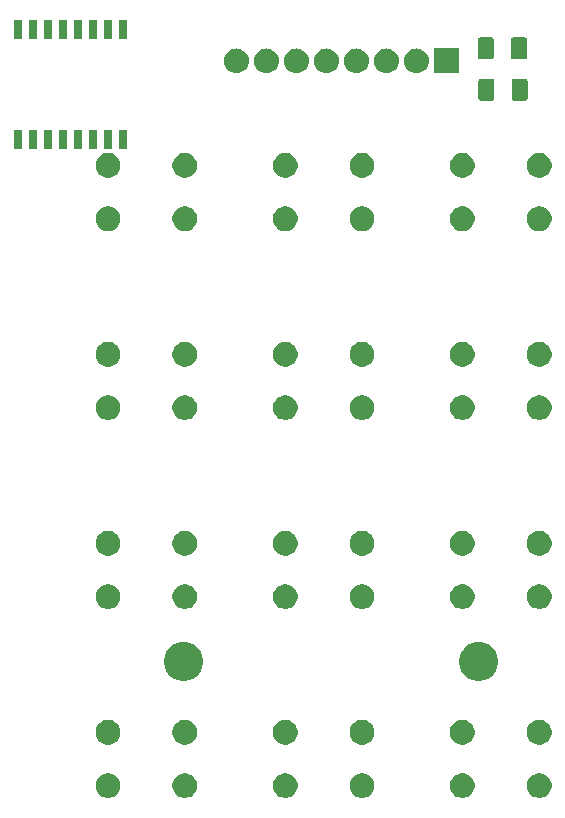
<source format=gbr>
G04 #@! TF.GenerationSoftware,KiCad,Pcbnew,5.0.2+dfsg1-1*
G04 #@! TF.CreationDate,2021-10-12T12:34:50+05:30*
G04 #@! TF.ProjectId,KEYBORD_PCB_V1,4b455942-4f52-4445-9f50-43425f56312e,rev?*
G04 #@! TF.SameCoordinates,Original*
G04 #@! TF.FileFunction,Soldermask,Bot*
G04 #@! TF.FilePolarity,Negative*
%FSLAX46Y46*%
G04 Gerber Fmt 4.6, Leading zero omitted, Abs format (unit mm)*
G04 Created by KiCad (PCBNEW 5.0.2+dfsg1-1) date Tue 12 Oct 2021 12:34:50 PM IST*
%MOMM*%
%LPD*%
G01*
G04 APERTURE LIST*
%ADD10C,0.100000*%
G04 APERTURE END LIST*
D10*
G36*
X113806565Y-100489389D02*
X113997834Y-100568615D01*
X114169976Y-100683637D01*
X114316363Y-100830024D01*
X114431385Y-101002166D01*
X114510611Y-101193435D01*
X114551000Y-101396484D01*
X114551000Y-101603516D01*
X114510611Y-101806565D01*
X114431385Y-101997834D01*
X114316363Y-102169976D01*
X114169976Y-102316363D01*
X113997834Y-102431385D01*
X113806565Y-102510611D01*
X113603516Y-102551000D01*
X113396484Y-102551000D01*
X113193435Y-102510611D01*
X113002166Y-102431385D01*
X112830024Y-102316363D01*
X112683637Y-102169976D01*
X112568615Y-101997834D01*
X112489389Y-101806565D01*
X112449000Y-101603516D01*
X112449000Y-101396484D01*
X112489389Y-101193435D01*
X112568615Y-101002166D01*
X112683637Y-100830024D01*
X112830024Y-100683637D01*
X113002166Y-100568615D01*
X113193435Y-100489389D01*
X113396484Y-100449000D01*
X113603516Y-100449000D01*
X113806565Y-100489389D01*
X113806565Y-100489389D01*
G37*
G36*
X92306565Y-100489389D02*
X92497834Y-100568615D01*
X92669976Y-100683637D01*
X92816363Y-100830024D01*
X92931385Y-101002166D01*
X93010611Y-101193435D01*
X93051000Y-101396484D01*
X93051000Y-101603516D01*
X93010611Y-101806565D01*
X92931385Y-101997834D01*
X92816363Y-102169976D01*
X92669976Y-102316363D01*
X92497834Y-102431385D01*
X92306565Y-102510611D01*
X92103516Y-102551000D01*
X91896484Y-102551000D01*
X91693435Y-102510611D01*
X91502166Y-102431385D01*
X91330024Y-102316363D01*
X91183637Y-102169976D01*
X91068615Y-101997834D01*
X90989389Y-101806565D01*
X90949000Y-101603516D01*
X90949000Y-101396484D01*
X90989389Y-101193435D01*
X91068615Y-101002166D01*
X91183637Y-100830024D01*
X91330024Y-100683637D01*
X91502166Y-100568615D01*
X91693435Y-100489389D01*
X91896484Y-100449000D01*
X92103516Y-100449000D01*
X92306565Y-100489389D01*
X92306565Y-100489389D01*
G37*
G36*
X98806565Y-100489389D02*
X98997834Y-100568615D01*
X99169976Y-100683637D01*
X99316363Y-100830024D01*
X99431385Y-101002166D01*
X99510611Y-101193435D01*
X99551000Y-101396484D01*
X99551000Y-101603516D01*
X99510611Y-101806565D01*
X99431385Y-101997834D01*
X99316363Y-102169976D01*
X99169976Y-102316363D01*
X98997834Y-102431385D01*
X98806565Y-102510611D01*
X98603516Y-102551000D01*
X98396484Y-102551000D01*
X98193435Y-102510611D01*
X98002166Y-102431385D01*
X97830024Y-102316363D01*
X97683637Y-102169976D01*
X97568615Y-101997834D01*
X97489389Y-101806565D01*
X97449000Y-101603516D01*
X97449000Y-101396484D01*
X97489389Y-101193435D01*
X97568615Y-101002166D01*
X97683637Y-100830024D01*
X97830024Y-100683637D01*
X98002166Y-100568615D01*
X98193435Y-100489389D01*
X98396484Y-100449000D01*
X98603516Y-100449000D01*
X98806565Y-100489389D01*
X98806565Y-100489389D01*
G37*
G36*
X83806565Y-100489389D02*
X83997834Y-100568615D01*
X84169976Y-100683637D01*
X84316363Y-100830024D01*
X84431385Y-101002166D01*
X84510611Y-101193435D01*
X84551000Y-101396484D01*
X84551000Y-101603516D01*
X84510611Y-101806565D01*
X84431385Y-101997834D01*
X84316363Y-102169976D01*
X84169976Y-102316363D01*
X83997834Y-102431385D01*
X83806565Y-102510611D01*
X83603516Y-102551000D01*
X83396484Y-102551000D01*
X83193435Y-102510611D01*
X83002166Y-102431385D01*
X82830024Y-102316363D01*
X82683637Y-102169976D01*
X82568615Y-101997834D01*
X82489389Y-101806565D01*
X82449000Y-101603516D01*
X82449000Y-101396484D01*
X82489389Y-101193435D01*
X82568615Y-101002166D01*
X82683637Y-100830024D01*
X82830024Y-100683637D01*
X83002166Y-100568615D01*
X83193435Y-100489389D01*
X83396484Y-100449000D01*
X83603516Y-100449000D01*
X83806565Y-100489389D01*
X83806565Y-100489389D01*
G37*
G36*
X77306565Y-100489389D02*
X77497834Y-100568615D01*
X77669976Y-100683637D01*
X77816363Y-100830024D01*
X77931385Y-101002166D01*
X78010611Y-101193435D01*
X78051000Y-101396484D01*
X78051000Y-101603516D01*
X78010611Y-101806565D01*
X77931385Y-101997834D01*
X77816363Y-102169976D01*
X77669976Y-102316363D01*
X77497834Y-102431385D01*
X77306565Y-102510611D01*
X77103516Y-102551000D01*
X76896484Y-102551000D01*
X76693435Y-102510611D01*
X76502166Y-102431385D01*
X76330024Y-102316363D01*
X76183637Y-102169976D01*
X76068615Y-101997834D01*
X75989389Y-101806565D01*
X75949000Y-101603516D01*
X75949000Y-101396484D01*
X75989389Y-101193435D01*
X76068615Y-101002166D01*
X76183637Y-100830024D01*
X76330024Y-100683637D01*
X76502166Y-100568615D01*
X76693435Y-100489389D01*
X76896484Y-100449000D01*
X77103516Y-100449000D01*
X77306565Y-100489389D01*
X77306565Y-100489389D01*
G37*
G36*
X107306565Y-100489389D02*
X107497834Y-100568615D01*
X107669976Y-100683637D01*
X107816363Y-100830024D01*
X107931385Y-101002166D01*
X108010611Y-101193435D01*
X108051000Y-101396484D01*
X108051000Y-101603516D01*
X108010611Y-101806565D01*
X107931385Y-101997834D01*
X107816363Y-102169976D01*
X107669976Y-102316363D01*
X107497834Y-102431385D01*
X107306565Y-102510611D01*
X107103516Y-102551000D01*
X106896484Y-102551000D01*
X106693435Y-102510611D01*
X106502166Y-102431385D01*
X106330024Y-102316363D01*
X106183637Y-102169976D01*
X106068615Y-101997834D01*
X105989389Y-101806565D01*
X105949000Y-101603516D01*
X105949000Y-101396484D01*
X105989389Y-101193435D01*
X106068615Y-101002166D01*
X106183637Y-100830024D01*
X106330024Y-100683637D01*
X106502166Y-100568615D01*
X106693435Y-100489389D01*
X106896484Y-100449000D01*
X107103516Y-100449000D01*
X107306565Y-100489389D01*
X107306565Y-100489389D01*
G37*
G36*
X77306565Y-95989389D02*
X77497834Y-96068615D01*
X77669976Y-96183637D01*
X77816363Y-96330024D01*
X77931385Y-96502166D01*
X78010611Y-96693435D01*
X78051000Y-96896484D01*
X78051000Y-97103516D01*
X78010611Y-97306565D01*
X77931385Y-97497834D01*
X77816363Y-97669976D01*
X77669976Y-97816363D01*
X77497834Y-97931385D01*
X77306565Y-98010611D01*
X77103516Y-98051000D01*
X76896484Y-98051000D01*
X76693435Y-98010611D01*
X76502166Y-97931385D01*
X76330024Y-97816363D01*
X76183637Y-97669976D01*
X76068615Y-97497834D01*
X75989389Y-97306565D01*
X75949000Y-97103516D01*
X75949000Y-96896484D01*
X75989389Y-96693435D01*
X76068615Y-96502166D01*
X76183637Y-96330024D01*
X76330024Y-96183637D01*
X76502166Y-96068615D01*
X76693435Y-95989389D01*
X76896484Y-95949000D01*
X77103516Y-95949000D01*
X77306565Y-95989389D01*
X77306565Y-95989389D01*
G37*
G36*
X83806565Y-95989389D02*
X83997834Y-96068615D01*
X84169976Y-96183637D01*
X84316363Y-96330024D01*
X84431385Y-96502166D01*
X84510611Y-96693435D01*
X84551000Y-96896484D01*
X84551000Y-97103516D01*
X84510611Y-97306565D01*
X84431385Y-97497834D01*
X84316363Y-97669976D01*
X84169976Y-97816363D01*
X83997834Y-97931385D01*
X83806565Y-98010611D01*
X83603516Y-98051000D01*
X83396484Y-98051000D01*
X83193435Y-98010611D01*
X83002166Y-97931385D01*
X82830024Y-97816363D01*
X82683637Y-97669976D01*
X82568615Y-97497834D01*
X82489389Y-97306565D01*
X82449000Y-97103516D01*
X82449000Y-96896484D01*
X82489389Y-96693435D01*
X82568615Y-96502166D01*
X82683637Y-96330024D01*
X82830024Y-96183637D01*
X83002166Y-96068615D01*
X83193435Y-95989389D01*
X83396484Y-95949000D01*
X83603516Y-95949000D01*
X83806565Y-95989389D01*
X83806565Y-95989389D01*
G37*
G36*
X92306565Y-95989389D02*
X92497834Y-96068615D01*
X92669976Y-96183637D01*
X92816363Y-96330024D01*
X92931385Y-96502166D01*
X93010611Y-96693435D01*
X93051000Y-96896484D01*
X93051000Y-97103516D01*
X93010611Y-97306565D01*
X92931385Y-97497834D01*
X92816363Y-97669976D01*
X92669976Y-97816363D01*
X92497834Y-97931385D01*
X92306565Y-98010611D01*
X92103516Y-98051000D01*
X91896484Y-98051000D01*
X91693435Y-98010611D01*
X91502166Y-97931385D01*
X91330024Y-97816363D01*
X91183637Y-97669976D01*
X91068615Y-97497834D01*
X90989389Y-97306565D01*
X90949000Y-97103516D01*
X90949000Y-96896484D01*
X90989389Y-96693435D01*
X91068615Y-96502166D01*
X91183637Y-96330024D01*
X91330024Y-96183637D01*
X91502166Y-96068615D01*
X91693435Y-95989389D01*
X91896484Y-95949000D01*
X92103516Y-95949000D01*
X92306565Y-95989389D01*
X92306565Y-95989389D01*
G37*
G36*
X113806565Y-95989389D02*
X113997834Y-96068615D01*
X114169976Y-96183637D01*
X114316363Y-96330024D01*
X114431385Y-96502166D01*
X114510611Y-96693435D01*
X114551000Y-96896484D01*
X114551000Y-97103516D01*
X114510611Y-97306565D01*
X114431385Y-97497834D01*
X114316363Y-97669976D01*
X114169976Y-97816363D01*
X113997834Y-97931385D01*
X113806565Y-98010611D01*
X113603516Y-98051000D01*
X113396484Y-98051000D01*
X113193435Y-98010611D01*
X113002166Y-97931385D01*
X112830024Y-97816363D01*
X112683637Y-97669976D01*
X112568615Y-97497834D01*
X112489389Y-97306565D01*
X112449000Y-97103516D01*
X112449000Y-96896484D01*
X112489389Y-96693435D01*
X112568615Y-96502166D01*
X112683637Y-96330024D01*
X112830024Y-96183637D01*
X113002166Y-96068615D01*
X113193435Y-95989389D01*
X113396484Y-95949000D01*
X113603516Y-95949000D01*
X113806565Y-95989389D01*
X113806565Y-95989389D01*
G37*
G36*
X107306565Y-95989389D02*
X107497834Y-96068615D01*
X107669976Y-96183637D01*
X107816363Y-96330024D01*
X107931385Y-96502166D01*
X108010611Y-96693435D01*
X108051000Y-96896484D01*
X108051000Y-97103516D01*
X108010611Y-97306565D01*
X107931385Y-97497834D01*
X107816363Y-97669976D01*
X107669976Y-97816363D01*
X107497834Y-97931385D01*
X107306565Y-98010611D01*
X107103516Y-98051000D01*
X106896484Y-98051000D01*
X106693435Y-98010611D01*
X106502166Y-97931385D01*
X106330024Y-97816363D01*
X106183637Y-97669976D01*
X106068615Y-97497834D01*
X105989389Y-97306565D01*
X105949000Y-97103516D01*
X105949000Y-96896484D01*
X105989389Y-96693435D01*
X106068615Y-96502166D01*
X106183637Y-96330024D01*
X106330024Y-96183637D01*
X106502166Y-96068615D01*
X106693435Y-95989389D01*
X106896484Y-95949000D01*
X107103516Y-95949000D01*
X107306565Y-95989389D01*
X107306565Y-95989389D01*
G37*
G36*
X98806565Y-95989389D02*
X98997834Y-96068615D01*
X99169976Y-96183637D01*
X99316363Y-96330024D01*
X99431385Y-96502166D01*
X99510611Y-96693435D01*
X99551000Y-96896484D01*
X99551000Y-97103516D01*
X99510611Y-97306565D01*
X99431385Y-97497834D01*
X99316363Y-97669976D01*
X99169976Y-97816363D01*
X98997834Y-97931385D01*
X98806565Y-98010611D01*
X98603516Y-98051000D01*
X98396484Y-98051000D01*
X98193435Y-98010611D01*
X98002166Y-97931385D01*
X97830024Y-97816363D01*
X97683637Y-97669976D01*
X97568615Y-97497834D01*
X97489389Y-97306565D01*
X97449000Y-97103516D01*
X97449000Y-96896484D01*
X97489389Y-96693435D01*
X97568615Y-96502166D01*
X97683637Y-96330024D01*
X97830024Y-96183637D01*
X98002166Y-96068615D01*
X98193435Y-95989389D01*
X98396484Y-95949000D01*
X98603516Y-95949000D01*
X98806565Y-95989389D01*
X98806565Y-95989389D01*
G37*
G36*
X83765256Y-89391298D02*
X83871579Y-89412447D01*
X84172042Y-89536903D01*
X84438852Y-89715180D01*
X84442454Y-89717587D01*
X84672413Y-89947546D01*
X84853098Y-90217960D01*
X84977553Y-90518422D01*
X85041000Y-90837389D01*
X85041000Y-91162611D01*
X84977553Y-91481578D01*
X84853098Y-91782040D01*
X84672413Y-92052454D01*
X84442454Y-92282413D01*
X84442451Y-92282415D01*
X84172042Y-92463097D01*
X83871579Y-92587553D01*
X83765256Y-92608702D01*
X83552611Y-92651000D01*
X83227389Y-92651000D01*
X83014744Y-92608702D01*
X82908421Y-92587553D01*
X82607958Y-92463097D01*
X82337549Y-92282415D01*
X82337546Y-92282413D01*
X82107587Y-92052454D01*
X81926902Y-91782040D01*
X81802447Y-91481578D01*
X81739000Y-91162611D01*
X81739000Y-90837389D01*
X81802447Y-90518422D01*
X81926902Y-90217960D01*
X82107587Y-89947546D01*
X82337546Y-89717587D01*
X82341148Y-89715180D01*
X82607958Y-89536903D01*
X82908421Y-89412447D01*
X83014744Y-89391298D01*
X83227389Y-89349000D01*
X83552611Y-89349000D01*
X83765256Y-89391298D01*
X83765256Y-89391298D01*
G37*
G36*
X108755256Y-89391298D02*
X108861579Y-89412447D01*
X109162042Y-89536903D01*
X109428852Y-89715180D01*
X109432454Y-89717587D01*
X109662413Y-89947546D01*
X109843098Y-90217960D01*
X109967553Y-90518422D01*
X110031000Y-90837389D01*
X110031000Y-91162611D01*
X109967553Y-91481578D01*
X109843098Y-91782040D01*
X109662413Y-92052454D01*
X109432454Y-92282413D01*
X109432451Y-92282415D01*
X109162042Y-92463097D01*
X108861579Y-92587553D01*
X108755256Y-92608702D01*
X108542611Y-92651000D01*
X108217389Y-92651000D01*
X108004744Y-92608702D01*
X107898421Y-92587553D01*
X107597958Y-92463097D01*
X107327549Y-92282415D01*
X107327546Y-92282413D01*
X107097587Y-92052454D01*
X106916902Y-91782040D01*
X106792447Y-91481578D01*
X106729000Y-91162611D01*
X106729000Y-90837389D01*
X106792447Y-90518422D01*
X106916902Y-90217960D01*
X107097587Y-89947546D01*
X107327546Y-89717587D01*
X107331148Y-89715180D01*
X107597958Y-89536903D01*
X107898421Y-89412447D01*
X108004744Y-89391298D01*
X108217389Y-89349000D01*
X108542611Y-89349000D01*
X108755256Y-89391298D01*
X108755256Y-89391298D01*
G37*
G36*
X107306565Y-84489389D02*
X107497834Y-84568615D01*
X107669976Y-84683637D01*
X107816363Y-84830024D01*
X107931385Y-85002166D01*
X108010611Y-85193435D01*
X108051000Y-85396484D01*
X108051000Y-85603516D01*
X108010611Y-85806565D01*
X107931385Y-85997834D01*
X107816363Y-86169976D01*
X107669976Y-86316363D01*
X107497834Y-86431385D01*
X107306565Y-86510611D01*
X107103516Y-86551000D01*
X106896484Y-86551000D01*
X106693435Y-86510611D01*
X106502166Y-86431385D01*
X106330024Y-86316363D01*
X106183637Y-86169976D01*
X106068615Y-85997834D01*
X105989389Y-85806565D01*
X105949000Y-85603516D01*
X105949000Y-85396484D01*
X105989389Y-85193435D01*
X106068615Y-85002166D01*
X106183637Y-84830024D01*
X106330024Y-84683637D01*
X106502166Y-84568615D01*
X106693435Y-84489389D01*
X106896484Y-84449000D01*
X107103516Y-84449000D01*
X107306565Y-84489389D01*
X107306565Y-84489389D01*
G37*
G36*
X113806565Y-84489389D02*
X113997834Y-84568615D01*
X114169976Y-84683637D01*
X114316363Y-84830024D01*
X114431385Y-85002166D01*
X114510611Y-85193435D01*
X114551000Y-85396484D01*
X114551000Y-85603516D01*
X114510611Y-85806565D01*
X114431385Y-85997834D01*
X114316363Y-86169976D01*
X114169976Y-86316363D01*
X113997834Y-86431385D01*
X113806565Y-86510611D01*
X113603516Y-86551000D01*
X113396484Y-86551000D01*
X113193435Y-86510611D01*
X113002166Y-86431385D01*
X112830024Y-86316363D01*
X112683637Y-86169976D01*
X112568615Y-85997834D01*
X112489389Y-85806565D01*
X112449000Y-85603516D01*
X112449000Y-85396484D01*
X112489389Y-85193435D01*
X112568615Y-85002166D01*
X112683637Y-84830024D01*
X112830024Y-84683637D01*
X113002166Y-84568615D01*
X113193435Y-84489389D01*
X113396484Y-84449000D01*
X113603516Y-84449000D01*
X113806565Y-84489389D01*
X113806565Y-84489389D01*
G37*
G36*
X98806565Y-84489389D02*
X98997834Y-84568615D01*
X99169976Y-84683637D01*
X99316363Y-84830024D01*
X99431385Y-85002166D01*
X99510611Y-85193435D01*
X99551000Y-85396484D01*
X99551000Y-85603516D01*
X99510611Y-85806565D01*
X99431385Y-85997834D01*
X99316363Y-86169976D01*
X99169976Y-86316363D01*
X98997834Y-86431385D01*
X98806565Y-86510611D01*
X98603516Y-86551000D01*
X98396484Y-86551000D01*
X98193435Y-86510611D01*
X98002166Y-86431385D01*
X97830024Y-86316363D01*
X97683637Y-86169976D01*
X97568615Y-85997834D01*
X97489389Y-85806565D01*
X97449000Y-85603516D01*
X97449000Y-85396484D01*
X97489389Y-85193435D01*
X97568615Y-85002166D01*
X97683637Y-84830024D01*
X97830024Y-84683637D01*
X98002166Y-84568615D01*
X98193435Y-84489389D01*
X98396484Y-84449000D01*
X98603516Y-84449000D01*
X98806565Y-84489389D01*
X98806565Y-84489389D01*
G37*
G36*
X92306565Y-84489389D02*
X92497834Y-84568615D01*
X92669976Y-84683637D01*
X92816363Y-84830024D01*
X92931385Y-85002166D01*
X93010611Y-85193435D01*
X93051000Y-85396484D01*
X93051000Y-85603516D01*
X93010611Y-85806565D01*
X92931385Y-85997834D01*
X92816363Y-86169976D01*
X92669976Y-86316363D01*
X92497834Y-86431385D01*
X92306565Y-86510611D01*
X92103516Y-86551000D01*
X91896484Y-86551000D01*
X91693435Y-86510611D01*
X91502166Y-86431385D01*
X91330024Y-86316363D01*
X91183637Y-86169976D01*
X91068615Y-85997834D01*
X90989389Y-85806565D01*
X90949000Y-85603516D01*
X90949000Y-85396484D01*
X90989389Y-85193435D01*
X91068615Y-85002166D01*
X91183637Y-84830024D01*
X91330024Y-84683637D01*
X91502166Y-84568615D01*
X91693435Y-84489389D01*
X91896484Y-84449000D01*
X92103516Y-84449000D01*
X92306565Y-84489389D01*
X92306565Y-84489389D01*
G37*
G36*
X83806565Y-84489389D02*
X83997834Y-84568615D01*
X84169976Y-84683637D01*
X84316363Y-84830024D01*
X84431385Y-85002166D01*
X84510611Y-85193435D01*
X84551000Y-85396484D01*
X84551000Y-85603516D01*
X84510611Y-85806565D01*
X84431385Y-85997834D01*
X84316363Y-86169976D01*
X84169976Y-86316363D01*
X83997834Y-86431385D01*
X83806565Y-86510611D01*
X83603516Y-86551000D01*
X83396484Y-86551000D01*
X83193435Y-86510611D01*
X83002166Y-86431385D01*
X82830024Y-86316363D01*
X82683637Y-86169976D01*
X82568615Y-85997834D01*
X82489389Y-85806565D01*
X82449000Y-85603516D01*
X82449000Y-85396484D01*
X82489389Y-85193435D01*
X82568615Y-85002166D01*
X82683637Y-84830024D01*
X82830024Y-84683637D01*
X83002166Y-84568615D01*
X83193435Y-84489389D01*
X83396484Y-84449000D01*
X83603516Y-84449000D01*
X83806565Y-84489389D01*
X83806565Y-84489389D01*
G37*
G36*
X77306565Y-84489389D02*
X77497834Y-84568615D01*
X77669976Y-84683637D01*
X77816363Y-84830024D01*
X77931385Y-85002166D01*
X78010611Y-85193435D01*
X78051000Y-85396484D01*
X78051000Y-85603516D01*
X78010611Y-85806565D01*
X77931385Y-85997834D01*
X77816363Y-86169976D01*
X77669976Y-86316363D01*
X77497834Y-86431385D01*
X77306565Y-86510611D01*
X77103516Y-86551000D01*
X76896484Y-86551000D01*
X76693435Y-86510611D01*
X76502166Y-86431385D01*
X76330024Y-86316363D01*
X76183637Y-86169976D01*
X76068615Y-85997834D01*
X75989389Y-85806565D01*
X75949000Y-85603516D01*
X75949000Y-85396484D01*
X75989389Y-85193435D01*
X76068615Y-85002166D01*
X76183637Y-84830024D01*
X76330024Y-84683637D01*
X76502166Y-84568615D01*
X76693435Y-84489389D01*
X76896484Y-84449000D01*
X77103516Y-84449000D01*
X77306565Y-84489389D01*
X77306565Y-84489389D01*
G37*
G36*
X107306565Y-79989389D02*
X107497834Y-80068615D01*
X107669976Y-80183637D01*
X107816363Y-80330024D01*
X107931385Y-80502166D01*
X108010611Y-80693435D01*
X108051000Y-80896484D01*
X108051000Y-81103516D01*
X108010611Y-81306565D01*
X107931385Y-81497834D01*
X107816363Y-81669976D01*
X107669976Y-81816363D01*
X107497834Y-81931385D01*
X107306565Y-82010611D01*
X107103516Y-82051000D01*
X106896484Y-82051000D01*
X106693435Y-82010611D01*
X106502166Y-81931385D01*
X106330024Y-81816363D01*
X106183637Y-81669976D01*
X106068615Y-81497834D01*
X105989389Y-81306565D01*
X105949000Y-81103516D01*
X105949000Y-80896484D01*
X105989389Y-80693435D01*
X106068615Y-80502166D01*
X106183637Y-80330024D01*
X106330024Y-80183637D01*
X106502166Y-80068615D01*
X106693435Y-79989389D01*
X106896484Y-79949000D01*
X107103516Y-79949000D01*
X107306565Y-79989389D01*
X107306565Y-79989389D01*
G37*
G36*
X98806565Y-79989389D02*
X98997834Y-80068615D01*
X99169976Y-80183637D01*
X99316363Y-80330024D01*
X99431385Y-80502166D01*
X99510611Y-80693435D01*
X99551000Y-80896484D01*
X99551000Y-81103516D01*
X99510611Y-81306565D01*
X99431385Y-81497834D01*
X99316363Y-81669976D01*
X99169976Y-81816363D01*
X98997834Y-81931385D01*
X98806565Y-82010611D01*
X98603516Y-82051000D01*
X98396484Y-82051000D01*
X98193435Y-82010611D01*
X98002166Y-81931385D01*
X97830024Y-81816363D01*
X97683637Y-81669976D01*
X97568615Y-81497834D01*
X97489389Y-81306565D01*
X97449000Y-81103516D01*
X97449000Y-80896484D01*
X97489389Y-80693435D01*
X97568615Y-80502166D01*
X97683637Y-80330024D01*
X97830024Y-80183637D01*
X98002166Y-80068615D01*
X98193435Y-79989389D01*
X98396484Y-79949000D01*
X98603516Y-79949000D01*
X98806565Y-79989389D01*
X98806565Y-79989389D01*
G37*
G36*
X92306565Y-79989389D02*
X92497834Y-80068615D01*
X92669976Y-80183637D01*
X92816363Y-80330024D01*
X92931385Y-80502166D01*
X93010611Y-80693435D01*
X93051000Y-80896484D01*
X93051000Y-81103516D01*
X93010611Y-81306565D01*
X92931385Y-81497834D01*
X92816363Y-81669976D01*
X92669976Y-81816363D01*
X92497834Y-81931385D01*
X92306565Y-82010611D01*
X92103516Y-82051000D01*
X91896484Y-82051000D01*
X91693435Y-82010611D01*
X91502166Y-81931385D01*
X91330024Y-81816363D01*
X91183637Y-81669976D01*
X91068615Y-81497834D01*
X90989389Y-81306565D01*
X90949000Y-81103516D01*
X90949000Y-80896484D01*
X90989389Y-80693435D01*
X91068615Y-80502166D01*
X91183637Y-80330024D01*
X91330024Y-80183637D01*
X91502166Y-80068615D01*
X91693435Y-79989389D01*
X91896484Y-79949000D01*
X92103516Y-79949000D01*
X92306565Y-79989389D01*
X92306565Y-79989389D01*
G37*
G36*
X83806565Y-79989389D02*
X83997834Y-80068615D01*
X84169976Y-80183637D01*
X84316363Y-80330024D01*
X84431385Y-80502166D01*
X84510611Y-80693435D01*
X84551000Y-80896484D01*
X84551000Y-81103516D01*
X84510611Y-81306565D01*
X84431385Y-81497834D01*
X84316363Y-81669976D01*
X84169976Y-81816363D01*
X83997834Y-81931385D01*
X83806565Y-82010611D01*
X83603516Y-82051000D01*
X83396484Y-82051000D01*
X83193435Y-82010611D01*
X83002166Y-81931385D01*
X82830024Y-81816363D01*
X82683637Y-81669976D01*
X82568615Y-81497834D01*
X82489389Y-81306565D01*
X82449000Y-81103516D01*
X82449000Y-80896484D01*
X82489389Y-80693435D01*
X82568615Y-80502166D01*
X82683637Y-80330024D01*
X82830024Y-80183637D01*
X83002166Y-80068615D01*
X83193435Y-79989389D01*
X83396484Y-79949000D01*
X83603516Y-79949000D01*
X83806565Y-79989389D01*
X83806565Y-79989389D01*
G37*
G36*
X113806565Y-79989389D02*
X113997834Y-80068615D01*
X114169976Y-80183637D01*
X114316363Y-80330024D01*
X114431385Y-80502166D01*
X114510611Y-80693435D01*
X114551000Y-80896484D01*
X114551000Y-81103516D01*
X114510611Y-81306565D01*
X114431385Y-81497834D01*
X114316363Y-81669976D01*
X114169976Y-81816363D01*
X113997834Y-81931385D01*
X113806565Y-82010611D01*
X113603516Y-82051000D01*
X113396484Y-82051000D01*
X113193435Y-82010611D01*
X113002166Y-81931385D01*
X112830024Y-81816363D01*
X112683637Y-81669976D01*
X112568615Y-81497834D01*
X112489389Y-81306565D01*
X112449000Y-81103516D01*
X112449000Y-80896484D01*
X112489389Y-80693435D01*
X112568615Y-80502166D01*
X112683637Y-80330024D01*
X112830024Y-80183637D01*
X113002166Y-80068615D01*
X113193435Y-79989389D01*
X113396484Y-79949000D01*
X113603516Y-79949000D01*
X113806565Y-79989389D01*
X113806565Y-79989389D01*
G37*
G36*
X77306565Y-79989389D02*
X77497834Y-80068615D01*
X77669976Y-80183637D01*
X77816363Y-80330024D01*
X77931385Y-80502166D01*
X78010611Y-80693435D01*
X78051000Y-80896484D01*
X78051000Y-81103516D01*
X78010611Y-81306565D01*
X77931385Y-81497834D01*
X77816363Y-81669976D01*
X77669976Y-81816363D01*
X77497834Y-81931385D01*
X77306565Y-82010611D01*
X77103516Y-82051000D01*
X76896484Y-82051000D01*
X76693435Y-82010611D01*
X76502166Y-81931385D01*
X76330024Y-81816363D01*
X76183637Y-81669976D01*
X76068615Y-81497834D01*
X75989389Y-81306565D01*
X75949000Y-81103516D01*
X75949000Y-80896484D01*
X75989389Y-80693435D01*
X76068615Y-80502166D01*
X76183637Y-80330024D01*
X76330024Y-80183637D01*
X76502166Y-80068615D01*
X76693435Y-79989389D01*
X76896484Y-79949000D01*
X77103516Y-79949000D01*
X77306565Y-79989389D01*
X77306565Y-79989389D01*
G37*
G36*
X92306565Y-68489389D02*
X92497834Y-68568615D01*
X92669976Y-68683637D01*
X92816363Y-68830024D01*
X92931385Y-69002166D01*
X93010611Y-69193435D01*
X93051000Y-69396484D01*
X93051000Y-69603516D01*
X93010611Y-69806565D01*
X92931385Y-69997834D01*
X92816363Y-70169976D01*
X92669976Y-70316363D01*
X92497834Y-70431385D01*
X92306565Y-70510611D01*
X92103516Y-70551000D01*
X91896484Y-70551000D01*
X91693435Y-70510611D01*
X91502166Y-70431385D01*
X91330024Y-70316363D01*
X91183637Y-70169976D01*
X91068615Y-69997834D01*
X90989389Y-69806565D01*
X90949000Y-69603516D01*
X90949000Y-69396484D01*
X90989389Y-69193435D01*
X91068615Y-69002166D01*
X91183637Y-68830024D01*
X91330024Y-68683637D01*
X91502166Y-68568615D01*
X91693435Y-68489389D01*
X91896484Y-68449000D01*
X92103516Y-68449000D01*
X92306565Y-68489389D01*
X92306565Y-68489389D01*
G37*
G36*
X98806565Y-68489389D02*
X98997834Y-68568615D01*
X99169976Y-68683637D01*
X99316363Y-68830024D01*
X99431385Y-69002166D01*
X99510611Y-69193435D01*
X99551000Y-69396484D01*
X99551000Y-69603516D01*
X99510611Y-69806565D01*
X99431385Y-69997834D01*
X99316363Y-70169976D01*
X99169976Y-70316363D01*
X98997834Y-70431385D01*
X98806565Y-70510611D01*
X98603516Y-70551000D01*
X98396484Y-70551000D01*
X98193435Y-70510611D01*
X98002166Y-70431385D01*
X97830024Y-70316363D01*
X97683637Y-70169976D01*
X97568615Y-69997834D01*
X97489389Y-69806565D01*
X97449000Y-69603516D01*
X97449000Y-69396484D01*
X97489389Y-69193435D01*
X97568615Y-69002166D01*
X97683637Y-68830024D01*
X97830024Y-68683637D01*
X98002166Y-68568615D01*
X98193435Y-68489389D01*
X98396484Y-68449000D01*
X98603516Y-68449000D01*
X98806565Y-68489389D01*
X98806565Y-68489389D01*
G37*
G36*
X77306565Y-68489389D02*
X77497834Y-68568615D01*
X77669976Y-68683637D01*
X77816363Y-68830024D01*
X77931385Y-69002166D01*
X78010611Y-69193435D01*
X78051000Y-69396484D01*
X78051000Y-69603516D01*
X78010611Y-69806565D01*
X77931385Y-69997834D01*
X77816363Y-70169976D01*
X77669976Y-70316363D01*
X77497834Y-70431385D01*
X77306565Y-70510611D01*
X77103516Y-70551000D01*
X76896484Y-70551000D01*
X76693435Y-70510611D01*
X76502166Y-70431385D01*
X76330024Y-70316363D01*
X76183637Y-70169976D01*
X76068615Y-69997834D01*
X75989389Y-69806565D01*
X75949000Y-69603516D01*
X75949000Y-69396484D01*
X75989389Y-69193435D01*
X76068615Y-69002166D01*
X76183637Y-68830024D01*
X76330024Y-68683637D01*
X76502166Y-68568615D01*
X76693435Y-68489389D01*
X76896484Y-68449000D01*
X77103516Y-68449000D01*
X77306565Y-68489389D01*
X77306565Y-68489389D01*
G37*
G36*
X83806565Y-68489389D02*
X83997834Y-68568615D01*
X84169976Y-68683637D01*
X84316363Y-68830024D01*
X84431385Y-69002166D01*
X84510611Y-69193435D01*
X84551000Y-69396484D01*
X84551000Y-69603516D01*
X84510611Y-69806565D01*
X84431385Y-69997834D01*
X84316363Y-70169976D01*
X84169976Y-70316363D01*
X83997834Y-70431385D01*
X83806565Y-70510611D01*
X83603516Y-70551000D01*
X83396484Y-70551000D01*
X83193435Y-70510611D01*
X83002166Y-70431385D01*
X82830024Y-70316363D01*
X82683637Y-70169976D01*
X82568615Y-69997834D01*
X82489389Y-69806565D01*
X82449000Y-69603516D01*
X82449000Y-69396484D01*
X82489389Y-69193435D01*
X82568615Y-69002166D01*
X82683637Y-68830024D01*
X82830024Y-68683637D01*
X83002166Y-68568615D01*
X83193435Y-68489389D01*
X83396484Y-68449000D01*
X83603516Y-68449000D01*
X83806565Y-68489389D01*
X83806565Y-68489389D01*
G37*
G36*
X107306565Y-68489389D02*
X107497834Y-68568615D01*
X107669976Y-68683637D01*
X107816363Y-68830024D01*
X107931385Y-69002166D01*
X108010611Y-69193435D01*
X108051000Y-69396484D01*
X108051000Y-69603516D01*
X108010611Y-69806565D01*
X107931385Y-69997834D01*
X107816363Y-70169976D01*
X107669976Y-70316363D01*
X107497834Y-70431385D01*
X107306565Y-70510611D01*
X107103516Y-70551000D01*
X106896484Y-70551000D01*
X106693435Y-70510611D01*
X106502166Y-70431385D01*
X106330024Y-70316363D01*
X106183637Y-70169976D01*
X106068615Y-69997834D01*
X105989389Y-69806565D01*
X105949000Y-69603516D01*
X105949000Y-69396484D01*
X105989389Y-69193435D01*
X106068615Y-69002166D01*
X106183637Y-68830024D01*
X106330024Y-68683637D01*
X106502166Y-68568615D01*
X106693435Y-68489389D01*
X106896484Y-68449000D01*
X107103516Y-68449000D01*
X107306565Y-68489389D01*
X107306565Y-68489389D01*
G37*
G36*
X113806565Y-68489389D02*
X113997834Y-68568615D01*
X114169976Y-68683637D01*
X114316363Y-68830024D01*
X114431385Y-69002166D01*
X114510611Y-69193435D01*
X114551000Y-69396484D01*
X114551000Y-69603516D01*
X114510611Y-69806565D01*
X114431385Y-69997834D01*
X114316363Y-70169976D01*
X114169976Y-70316363D01*
X113997834Y-70431385D01*
X113806565Y-70510611D01*
X113603516Y-70551000D01*
X113396484Y-70551000D01*
X113193435Y-70510611D01*
X113002166Y-70431385D01*
X112830024Y-70316363D01*
X112683637Y-70169976D01*
X112568615Y-69997834D01*
X112489389Y-69806565D01*
X112449000Y-69603516D01*
X112449000Y-69396484D01*
X112489389Y-69193435D01*
X112568615Y-69002166D01*
X112683637Y-68830024D01*
X112830024Y-68683637D01*
X113002166Y-68568615D01*
X113193435Y-68489389D01*
X113396484Y-68449000D01*
X113603516Y-68449000D01*
X113806565Y-68489389D01*
X113806565Y-68489389D01*
G37*
G36*
X77306565Y-63989389D02*
X77497834Y-64068615D01*
X77669976Y-64183637D01*
X77816363Y-64330024D01*
X77931385Y-64502166D01*
X78010611Y-64693435D01*
X78051000Y-64896484D01*
X78051000Y-65103516D01*
X78010611Y-65306565D01*
X77931385Y-65497834D01*
X77816363Y-65669976D01*
X77669976Y-65816363D01*
X77497834Y-65931385D01*
X77306565Y-66010611D01*
X77103516Y-66051000D01*
X76896484Y-66051000D01*
X76693435Y-66010611D01*
X76502166Y-65931385D01*
X76330024Y-65816363D01*
X76183637Y-65669976D01*
X76068615Y-65497834D01*
X75989389Y-65306565D01*
X75949000Y-65103516D01*
X75949000Y-64896484D01*
X75989389Y-64693435D01*
X76068615Y-64502166D01*
X76183637Y-64330024D01*
X76330024Y-64183637D01*
X76502166Y-64068615D01*
X76693435Y-63989389D01*
X76896484Y-63949000D01*
X77103516Y-63949000D01*
X77306565Y-63989389D01*
X77306565Y-63989389D01*
G37*
G36*
X113806565Y-63989389D02*
X113997834Y-64068615D01*
X114169976Y-64183637D01*
X114316363Y-64330024D01*
X114431385Y-64502166D01*
X114510611Y-64693435D01*
X114551000Y-64896484D01*
X114551000Y-65103516D01*
X114510611Y-65306565D01*
X114431385Y-65497834D01*
X114316363Y-65669976D01*
X114169976Y-65816363D01*
X113997834Y-65931385D01*
X113806565Y-66010611D01*
X113603516Y-66051000D01*
X113396484Y-66051000D01*
X113193435Y-66010611D01*
X113002166Y-65931385D01*
X112830024Y-65816363D01*
X112683637Y-65669976D01*
X112568615Y-65497834D01*
X112489389Y-65306565D01*
X112449000Y-65103516D01*
X112449000Y-64896484D01*
X112489389Y-64693435D01*
X112568615Y-64502166D01*
X112683637Y-64330024D01*
X112830024Y-64183637D01*
X113002166Y-64068615D01*
X113193435Y-63989389D01*
X113396484Y-63949000D01*
X113603516Y-63949000D01*
X113806565Y-63989389D01*
X113806565Y-63989389D01*
G37*
G36*
X107306565Y-63989389D02*
X107497834Y-64068615D01*
X107669976Y-64183637D01*
X107816363Y-64330024D01*
X107931385Y-64502166D01*
X108010611Y-64693435D01*
X108051000Y-64896484D01*
X108051000Y-65103516D01*
X108010611Y-65306565D01*
X107931385Y-65497834D01*
X107816363Y-65669976D01*
X107669976Y-65816363D01*
X107497834Y-65931385D01*
X107306565Y-66010611D01*
X107103516Y-66051000D01*
X106896484Y-66051000D01*
X106693435Y-66010611D01*
X106502166Y-65931385D01*
X106330024Y-65816363D01*
X106183637Y-65669976D01*
X106068615Y-65497834D01*
X105989389Y-65306565D01*
X105949000Y-65103516D01*
X105949000Y-64896484D01*
X105989389Y-64693435D01*
X106068615Y-64502166D01*
X106183637Y-64330024D01*
X106330024Y-64183637D01*
X106502166Y-64068615D01*
X106693435Y-63989389D01*
X106896484Y-63949000D01*
X107103516Y-63949000D01*
X107306565Y-63989389D01*
X107306565Y-63989389D01*
G37*
G36*
X92306565Y-63989389D02*
X92497834Y-64068615D01*
X92669976Y-64183637D01*
X92816363Y-64330024D01*
X92931385Y-64502166D01*
X93010611Y-64693435D01*
X93051000Y-64896484D01*
X93051000Y-65103516D01*
X93010611Y-65306565D01*
X92931385Y-65497834D01*
X92816363Y-65669976D01*
X92669976Y-65816363D01*
X92497834Y-65931385D01*
X92306565Y-66010611D01*
X92103516Y-66051000D01*
X91896484Y-66051000D01*
X91693435Y-66010611D01*
X91502166Y-65931385D01*
X91330024Y-65816363D01*
X91183637Y-65669976D01*
X91068615Y-65497834D01*
X90989389Y-65306565D01*
X90949000Y-65103516D01*
X90949000Y-64896484D01*
X90989389Y-64693435D01*
X91068615Y-64502166D01*
X91183637Y-64330024D01*
X91330024Y-64183637D01*
X91502166Y-64068615D01*
X91693435Y-63989389D01*
X91896484Y-63949000D01*
X92103516Y-63949000D01*
X92306565Y-63989389D01*
X92306565Y-63989389D01*
G37*
G36*
X83806565Y-63989389D02*
X83997834Y-64068615D01*
X84169976Y-64183637D01*
X84316363Y-64330024D01*
X84431385Y-64502166D01*
X84510611Y-64693435D01*
X84551000Y-64896484D01*
X84551000Y-65103516D01*
X84510611Y-65306565D01*
X84431385Y-65497834D01*
X84316363Y-65669976D01*
X84169976Y-65816363D01*
X83997834Y-65931385D01*
X83806565Y-66010611D01*
X83603516Y-66051000D01*
X83396484Y-66051000D01*
X83193435Y-66010611D01*
X83002166Y-65931385D01*
X82830024Y-65816363D01*
X82683637Y-65669976D01*
X82568615Y-65497834D01*
X82489389Y-65306565D01*
X82449000Y-65103516D01*
X82449000Y-64896484D01*
X82489389Y-64693435D01*
X82568615Y-64502166D01*
X82683637Y-64330024D01*
X82830024Y-64183637D01*
X83002166Y-64068615D01*
X83193435Y-63989389D01*
X83396484Y-63949000D01*
X83603516Y-63949000D01*
X83806565Y-63989389D01*
X83806565Y-63989389D01*
G37*
G36*
X98806565Y-63989389D02*
X98997834Y-64068615D01*
X99169976Y-64183637D01*
X99316363Y-64330024D01*
X99431385Y-64502166D01*
X99510611Y-64693435D01*
X99551000Y-64896484D01*
X99551000Y-65103516D01*
X99510611Y-65306565D01*
X99431385Y-65497834D01*
X99316363Y-65669976D01*
X99169976Y-65816363D01*
X98997834Y-65931385D01*
X98806565Y-66010611D01*
X98603516Y-66051000D01*
X98396484Y-66051000D01*
X98193435Y-66010611D01*
X98002166Y-65931385D01*
X97830024Y-65816363D01*
X97683637Y-65669976D01*
X97568615Y-65497834D01*
X97489389Y-65306565D01*
X97449000Y-65103516D01*
X97449000Y-64896484D01*
X97489389Y-64693435D01*
X97568615Y-64502166D01*
X97683637Y-64330024D01*
X97830024Y-64183637D01*
X98002166Y-64068615D01*
X98193435Y-63989389D01*
X98396484Y-63949000D01*
X98603516Y-63949000D01*
X98806565Y-63989389D01*
X98806565Y-63989389D01*
G37*
G36*
X107306565Y-52489389D02*
X107497834Y-52568615D01*
X107669976Y-52683637D01*
X107816363Y-52830024D01*
X107931385Y-53002166D01*
X108010611Y-53193435D01*
X108051000Y-53396484D01*
X108051000Y-53603516D01*
X108010611Y-53806565D01*
X107931385Y-53997834D01*
X107816363Y-54169976D01*
X107669976Y-54316363D01*
X107497834Y-54431385D01*
X107306565Y-54510611D01*
X107103516Y-54551000D01*
X106896484Y-54551000D01*
X106693435Y-54510611D01*
X106502166Y-54431385D01*
X106330024Y-54316363D01*
X106183637Y-54169976D01*
X106068615Y-53997834D01*
X105989389Y-53806565D01*
X105949000Y-53603516D01*
X105949000Y-53396484D01*
X105989389Y-53193435D01*
X106068615Y-53002166D01*
X106183637Y-52830024D01*
X106330024Y-52683637D01*
X106502166Y-52568615D01*
X106693435Y-52489389D01*
X106896484Y-52449000D01*
X107103516Y-52449000D01*
X107306565Y-52489389D01*
X107306565Y-52489389D01*
G37*
G36*
X77306565Y-52489389D02*
X77497834Y-52568615D01*
X77669976Y-52683637D01*
X77816363Y-52830024D01*
X77931385Y-53002166D01*
X78010611Y-53193435D01*
X78051000Y-53396484D01*
X78051000Y-53603516D01*
X78010611Y-53806565D01*
X77931385Y-53997834D01*
X77816363Y-54169976D01*
X77669976Y-54316363D01*
X77497834Y-54431385D01*
X77306565Y-54510611D01*
X77103516Y-54551000D01*
X76896484Y-54551000D01*
X76693435Y-54510611D01*
X76502166Y-54431385D01*
X76330024Y-54316363D01*
X76183637Y-54169976D01*
X76068615Y-53997834D01*
X75989389Y-53806565D01*
X75949000Y-53603516D01*
X75949000Y-53396484D01*
X75989389Y-53193435D01*
X76068615Y-53002166D01*
X76183637Y-52830024D01*
X76330024Y-52683637D01*
X76502166Y-52568615D01*
X76693435Y-52489389D01*
X76896484Y-52449000D01*
X77103516Y-52449000D01*
X77306565Y-52489389D01*
X77306565Y-52489389D01*
G37*
G36*
X92306565Y-52489389D02*
X92497834Y-52568615D01*
X92669976Y-52683637D01*
X92816363Y-52830024D01*
X92931385Y-53002166D01*
X93010611Y-53193435D01*
X93051000Y-53396484D01*
X93051000Y-53603516D01*
X93010611Y-53806565D01*
X92931385Y-53997834D01*
X92816363Y-54169976D01*
X92669976Y-54316363D01*
X92497834Y-54431385D01*
X92306565Y-54510611D01*
X92103516Y-54551000D01*
X91896484Y-54551000D01*
X91693435Y-54510611D01*
X91502166Y-54431385D01*
X91330024Y-54316363D01*
X91183637Y-54169976D01*
X91068615Y-53997834D01*
X90989389Y-53806565D01*
X90949000Y-53603516D01*
X90949000Y-53396484D01*
X90989389Y-53193435D01*
X91068615Y-53002166D01*
X91183637Y-52830024D01*
X91330024Y-52683637D01*
X91502166Y-52568615D01*
X91693435Y-52489389D01*
X91896484Y-52449000D01*
X92103516Y-52449000D01*
X92306565Y-52489389D01*
X92306565Y-52489389D01*
G37*
G36*
X83806565Y-52489389D02*
X83997834Y-52568615D01*
X84169976Y-52683637D01*
X84316363Y-52830024D01*
X84431385Y-53002166D01*
X84510611Y-53193435D01*
X84551000Y-53396484D01*
X84551000Y-53603516D01*
X84510611Y-53806565D01*
X84431385Y-53997834D01*
X84316363Y-54169976D01*
X84169976Y-54316363D01*
X83997834Y-54431385D01*
X83806565Y-54510611D01*
X83603516Y-54551000D01*
X83396484Y-54551000D01*
X83193435Y-54510611D01*
X83002166Y-54431385D01*
X82830024Y-54316363D01*
X82683637Y-54169976D01*
X82568615Y-53997834D01*
X82489389Y-53806565D01*
X82449000Y-53603516D01*
X82449000Y-53396484D01*
X82489389Y-53193435D01*
X82568615Y-53002166D01*
X82683637Y-52830024D01*
X82830024Y-52683637D01*
X83002166Y-52568615D01*
X83193435Y-52489389D01*
X83396484Y-52449000D01*
X83603516Y-52449000D01*
X83806565Y-52489389D01*
X83806565Y-52489389D01*
G37*
G36*
X113806565Y-52489389D02*
X113997834Y-52568615D01*
X114169976Y-52683637D01*
X114316363Y-52830024D01*
X114431385Y-53002166D01*
X114510611Y-53193435D01*
X114551000Y-53396484D01*
X114551000Y-53603516D01*
X114510611Y-53806565D01*
X114431385Y-53997834D01*
X114316363Y-54169976D01*
X114169976Y-54316363D01*
X113997834Y-54431385D01*
X113806565Y-54510611D01*
X113603516Y-54551000D01*
X113396484Y-54551000D01*
X113193435Y-54510611D01*
X113002166Y-54431385D01*
X112830024Y-54316363D01*
X112683637Y-54169976D01*
X112568615Y-53997834D01*
X112489389Y-53806565D01*
X112449000Y-53603516D01*
X112449000Y-53396484D01*
X112489389Y-53193435D01*
X112568615Y-53002166D01*
X112683637Y-52830024D01*
X112830024Y-52683637D01*
X113002166Y-52568615D01*
X113193435Y-52489389D01*
X113396484Y-52449000D01*
X113603516Y-52449000D01*
X113806565Y-52489389D01*
X113806565Y-52489389D01*
G37*
G36*
X98806565Y-52489389D02*
X98997834Y-52568615D01*
X99169976Y-52683637D01*
X99316363Y-52830024D01*
X99431385Y-53002166D01*
X99510611Y-53193435D01*
X99551000Y-53396484D01*
X99551000Y-53603516D01*
X99510611Y-53806565D01*
X99431385Y-53997834D01*
X99316363Y-54169976D01*
X99169976Y-54316363D01*
X98997834Y-54431385D01*
X98806565Y-54510611D01*
X98603516Y-54551000D01*
X98396484Y-54551000D01*
X98193435Y-54510611D01*
X98002166Y-54431385D01*
X97830024Y-54316363D01*
X97683637Y-54169976D01*
X97568615Y-53997834D01*
X97489389Y-53806565D01*
X97449000Y-53603516D01*
X97449000Y-53396484D01*
X97489389Y-53193435D01*
X97568615Y-53002166D01*
X97683637Y-52830024D01*
X97830024Y-52683637D01*
X98002166Y-52568615D01*
X98193435Y-52489389D01*
X98396484Y-52449000D01*
X98603516Y-52449000D01*
X98806565Y-52489389D01*
X98806565Y-52489389D01*
G37*
G36*
X107306565Y-47989389D02*
X107497834Y-48068615D01*
X107669976Y-48183637D01*
X107816363Y-48330024D01*
X107931385Y-48502166D01*
X108010611Y-48693435D01*
X108051000Y-48896484D01*
X108051000Y-49103516D01*
X108010611Y-49306565D01*
X107931385Y-49497834D01*
X107816363Y-49669976D01*
X107669976Y-49816363D01*
X107497834Y-49931385D01*
X107306565Y-50010611D01*
X107103516Y-50051000D01*
X106896484Y-50051000D01*
X106693435Y-50010611D01*
X106502166Y-49931385D01*
X106330024Y-49816363D01*
X106183637Y-49669976D01*
X106068615Y-49497834D01*
X105989389Y-49306565D01*
X105949000Y-49103516D01*
X105949000Y-48896484D01*
X105989389Y-48693435D01*
X106068615Y-48502166D01*
X106183637Y-48330024D01*
X106330024Y-48183637D01*
X106502166Y-48068615D01*
X106693435Y-47989389D01*
X106896484Y-47949000D01*
X107103516Y-47949000D01*
X107306565Y-47989389D01*
X107306565Y-47989389D01*
G37*
G36*
X98806565Y-47989389D02*
X98997834Y-48068615D01*
X99169976Y-48183637D01*
X99316363Y-48330024D01*
X99431385Y-48502166D01*
X99510611Y-48693435D01*
X99551000Y-48896484D01*
X99551000Y-49103516D01*
X99510611Y-49306565D01*
X99431385Y-49497834D01*
X99316363Y-49669976D01*
X99169976Y-49816363D01*
X98997834Y-49931385D01*
X98806565Y-50010611D01*
X98603516Y-50051000D01*
X98396484Y-50051000D01*
X98193435Y-50010611D01*
X98002166Y-49931385D01*
X97830024Y-49816363D01*
X97683637Y-49669976D01*
X97568615Y-49497834D01*
X97489389Y-49306565D01*
X97449000Y-49103516D01*
X97449000Y-48896484D01*
X97489389Y-48693435D01*
X97568615Y-48502166D01*
X97683637Y-48330024D01*
X97830024Y-48183637D01*
X98002166Y-48068615D01*
X98193435Y-47989389D01*
X98396484Y-47949000D01*
X98603516Y-47949000D01*
X98806565Y-47989389D01*
X98806565Y-47989389D01*
G37*
G36*
X113806565Y-47989389D02*
X113997834Y-48068615D01*
X114169976Y-48183637D01*
X114316363Y-48330024D01*
X114431385Y-48502166D01*
X114510611Y-48693435D01*
X114551000Y-48896484D01*
X114551000Y-49103516D01*
X114510611Y-49306565D01*
X114431385Y-49497834D01*
X114316363Y-49669976D01*
X114169976Y-49816363D01*
X113997834Y-49931385D01*
X113806565Y-50010611D01*
X113603516Y-50051000D01*
X113396484Y-50051000D01*
X113193435Y-50010611D01*
X113002166Y-49931385D01*
X112830024Y-49816363D01*
X112683637Y-49669976D01*
X112568615Y-49497834D01*
X112489389Y-49306565D01*
X112449000Y-49103516D01*
X112449000Y-48896484D01*
X112489389Y-48693435D01*
X112568615Y-48502166D01*
X112683637Y-48330024D01*
X112830024Y-48183637D01*
X113002166Y-48068615D01*
X113193435Y-47989389D01*
X113396484Y-47949000D01*
X113603516Y-47949000D01*
X113806565Y-47989389D01*
X113806565Y-47989389D01*
G37*
G36*
X92306565Y-47989389D02*
X92497834Y-48068615D01*
X92669976Y-48183637D01*
X92816363Y-48330024D01*
X92931385Y-48502166D01*
X93010611Y-48693435D01*
X93051000Y-48896484D01*
X93051000Y-49103516D01*
X93010611Y-49306565D01*
X92931385Y-49497834D01*
X92816363Y-49669976D01*
X92669976Y-49816363D01*
X92497834Y-49931385D01*
X92306565Y-50010611D01*
X92103516Y-50051000D01*
X91896484Y-50051000D01*
X91693435Y-50010611D01*
X91502166Y-49931385D01*
X91330024Y-49816363D01*
X91183637Y-49669976D01*
X91068615Y-49497834D01*
X90989389Y-49306565D01*
X90949000Y-49103516D01*
X90949000Y-48896484D01*
X90989389Y-48693435D01*
X91068615Y-48502166D01*
X91183637Y-48330024D01*
X91330024Y-48183637D01*
X91502166Y-48068615D01*
X91693435Y-47989389D01*
X91896484Y-47949000D01*
X92103516Y-47949000D01*
X92306565Y-47989389D01*
X92306565Y-47989389D01*
G37*
G36*
X83806565Y-47989389D02*
X83997834Y-48068615D01*
X84169976Y-48183637D01*
X84316363Y-48330024D01*
X84431385Y-48502166D01*
X84510611Y-48693435D01*
X84551000Y-48896484D01*
X84551000Y-49103516D01*
X84510611Y-49306565D01*
X84431385Y-49497834D01*
X84316363Y-49669976D01*
X84169976Y-49816363D01*
X83997834Y-49931385D01*
X83806565Y-50010611D01*
X83603516Y-50051000D01*
X83396484Y-50051000D01*
X83193435Y-50010611D01*
X83002166Y-49931385D01*
X82830024Y-49816363D01*
X82683637Y-49669976D01*
X82568615Y-49497834D01*
X82489389Y-49306565D01*
X82449000Y-49103516D01*
X82449000Y-48896484D01*
X82489389Y-48693435D01*
X82568615Y-48502166D01*
X82683637Y-48330024D01*
X82830024Y-48183637D01*
X83002166Y-48068615D01*
X83193435Y-47989389D01*
X83396484Y-47949000D01*
X83603516Y-47949000D01*
X83806565Y-47989389D01*
X83806565Y-47989389D01*
G37*
G36*
X77306565Y-47989389D02*
X77497834Y-48068615D01*
X77669976Y-48183637D01*
X77816363Y-48330024D01*
X77931385Y-48502166D01*
X78010611Y-48693435D01*
X78051000Y-48896484D01*
X78051000Y-49103516D01*
X78010611Y-49306565D01*
X77931385Y-49497834D01*
X77816363Y-49669976D01*
X77669976Y-49816363D01*
X77497834Y-49931385D01*
X77306565Y-50010611D01*
X77103516Y-50051000D01*
X76896484Y-50051000D01*
X76693435Y-50010611D01*
X76502166Y-49931385D01*
X76330024Y-49816363D01*
X76183637Y-49669976D01*
X76068615Y-49497834D01*
X75989389Y-49306565D01*
X75949000Y-49103516D01*
X75949000Y-48896484D01*
X75989389Y-48693435D01*
X76068615Y-48502166D01*
X76183637Y-48330024D01*
X76330024Y-48183637D01*
X76502166Y-48068615D01*
X76693435Y-47989389D01*
X76896484Y-47949000D01*
X77103516Y-47949000D01*
X77306565Y-47989389D01*
X77306565Y-47989389D01*
G37*
G36*
X72286000Y-47591000D02*
X71584000Y-47591000D01*
X71584000Y-45989000D01*
X72286000Y-45989000D01*
X72286000Y-47591000D01*
X72286000Y-47591000D01*
G37*
G36*
X78636000Y-47591000D02*
X77934000Y-47591000D01*
X77934000Y-45989000D01*
X78636000Y-45989000D01*
X78636000Y-47591000D01*
X78636000Y-47591000D01*
G37*
G36*
X77366000Y-47591000D02*
X76664000Y-47591000D01*
X76664000Y-45989000D01*
X77366000Y-45989000D01*
X77366000Y-47591000D01*
X77366000Y-47591000D01*
G37*
G36*
X76096000Y-47591000D02*
X75394000Y-47591000D01*
X75394000Y-45989000D01*
X76096000Y-45989000D01*
X76096000Y-47591000D01*
X76096000Y-47591000D01*
G37*
G36*
X74826000Y-47591000D02*
X74124000Y-47591000D01*
X74124000Y-45989000D01*
X74826000Y-45989000D01*
X74826000Y-47591000D01*
X74826000Y-47591000D01*
G37*
G36*
X73556000Y-47591000D02*
X72854000Y-47591000D01*
X72854000Y-45989000D01*
X73556000Y-45989000D01*
X73556000Y-47591000D01*
X73556000Y-47591000D01*
G37*
G36*
X71016000Y-47591000D02*
X70314000Y-47591000D01*
X70314000Y-45989000D01*
X71016000Y-45989000D01*
X71016000Y-47591000D01*
X71016000Y-47591000D01*
G37*
G36*
X69746000Y-47591000D02*
X69044000Y-47591000D01*
X69044000Y-45989000D01*
X69746000Y-45989000D01*
X69746000Y-47591000D01*
X69746000Y-47591000D01*
G37*
G36*
X109558604Y-41668347D02*
X109595145Y-41679432D01*
X109628820Y-41697431D01*
X109658341Y-41721659D01*
X109682569Y-41751180D01*
X109700568Y-41784855D01*
X109711653Y-41821396D01*
X109716000Y-41865538D01*
X109716000Y-43314462D01*
X109711653Y-43358604D01*
X109700568Y-43395145D01*
X109682569Y-43428820D01*
X109658341Y-43458341D01*
X109628820Y-43482569D01*
X109595145Y-43500568D01*
X109558604Y-43511653D01*
X109514462Y-43516000D01*
X108565538Y-43516000D01*
X108521396Y-43511653D01*
X108484855Y-43500568D01*
X108451180Y-43482569D01*
X108421659Y-43458341D01*
X108397431Y-43428820D01*
X108379432Y-43395145D01*
X108368347Y-43358604D01*
X108364000Y-43314462D01*
X108364000Y-41865538D01*
X108368347Y-41821396D01*
X108379432Y-41784855D01*
X108397431Y-41751180D01*
X108421659Y-41721659D01*
X108451180Y-41697431D01*
X108484855Y-41679432D01*
X108521396Y-41668347D01*
X108565538Y-41664000D01*
X109514462Y-41664000D01*
X109558604Y-41668347D01*
X109558604Y-41668347D01*
G37*
G36*
X112358604Y-41668347D02*
X112395145Y-41679432D01*
X112428820Y-41697431D01*
X112458341Y-41721659D01*
X112482569Y-41751180D01*
X112500568Y-41784855D01*
X112511653Y-41821396D01*
X112516000Y-41865538D01*
X112516000Y-43314462D01*
X112511653Y-43358604D01*
X112500568Y-43395145D01*
X112482569Y-43428820D01*
X112458341Y-43458341D01*
X112428820Y-43482569D01*
X112395145Y-43500568D01*
X112358604Y-43511653D01*
X112314462Y-43516000D01*
X111365538Y-43516000D01*
X111321396Y-43511653D01*
X111284855Y-43500568D01*
X111251180Y-43482569D01*
X111221659Y-43458341D01*
X111197431Y-43428820D01*
X111179432Y-43395145D01*
X111168347Y-43358604D01*
X111164000Y-43314462D01*
X111164000Y-41865538D01*
X111168347Y-41821396D01*
X111179432Y-41784855D01*
X111197431Y-41751180D01*
X111221659Y-41721659D01*
X111251180Y-41697431D01*
X111284855Y-41679432D01*
X111321396Y-41668347D01*
X111365538Y-41664000D01*
X112314462Y-41664000D01*
X112358604Y-41668347D01*
X112358604Y-41668347D01*
G37*
G36*
X100652510Y-39102041D02*
X100776032Y-39114207D01*
X100974146Y-39174305D01*
X101156729Y-39271897D01*
X101316765Y-39403235D01*
X101448103Y-39563271D01*
X101545695Y-39745854D01*
X101605793Y-39943968D01*
X101626085Y-40150000D01*
X101605793Y-40356032D01*
X101545695Y-40554146D01*
X101448103Y-40736729D01*
X101316765Y-40896765D01*
X101156729Y-41028103D01*
X100974146Y-41125695D01*
X100776032Y-41185793D01*
X100652510Y-41197959D01*
X100621631Y-41201000D01*
X100518369Y-41201000D01*
X100487490Y-41197959D01*
X100363968Y-41185793D01*
X100165854Y-41125695D01*
X99983271Y-41028103D01*
X99823235Y-40896765D01*
X99691897Y-40736729D01*
X99594305Y-40554146D01*
X99534207Y-40356032D01*
X99513915Y-40150000D01*
X99534207Y-39943968D01*
X99594305Y-39745854D01*
X99691897Y-39563271D01*
X99823235Y-39403235D01*
X99983271Y-39271897D01*
X100165854Y-39174305D01*
X100363968Y-39114207D01*
X100487490Y-39102041D01*
X100518369Y-39099000D01*
X100621631Y-39099000D01*
X100652510Y-39102041D01*
X100652510Y-39102041D01*
G37*
G36*
X106701000Y-41201000D02*
X104599000Y-41201000D01*
X104599000Y-39099000D01*
X106701000Y-39099000D01*
X106701000Y-41201000D01*
X106701000Y-41201000D01*
G37*
G36*
X103192510Y-39102041D02*
X103316032Y-39114207D01*
X103514146Y-39174305D01*
X103696729Y-39271897D01*
X103856765Y-39403235D01*
X103988103Y-39563271D01*
X104085695Y-39745854D01*
X104145793Y-39943968D01*
X104166085Y-40150000D01*
X104145793Y-40356032D01*
X104085695Y-40554146D01*
X103988103Y-40736729D01*
X103856765Y-40896765D01*
X103696729Y-41028103D01*
X103514146Y-41125695D01*
X103316032Y-41185793D01*
X103192510Y-41197959D01*
X103161631Y-41201000D01*
X103058369Y-41201000D01*
X103027490Y-41197959D01*
X102903968Y-41185793D01*
X102705854Y-41125695D01*
X102523271Y-41028103D01*
X102363235Y-40896765D01*
X102231897Y-40736729D01*
X102134305Y-40554146D01*
X102074207Y-40356032D01*
X102053915Y-40150000D01*
X102074207Y-39943968D01*
X102134305Y-39745854D01*
X102231897Y-39563271D01*
X102363235Y-39403235D01*
X102523271Y-39271897D01*
X102705854Y-39174305D01*
X102903968Y-39114207D01*
X103027490Y-39102041D01*
X103058369Y-39099000D01*
X103161631Y-39099000D01*
X103192510Y-39102041D01*
X103192510Y-39102041D01*
G37*
G36*
X98112510Y-39102041D02*
X98236032Y-39114207D01*
X98434146Y-39174305D01*
X98616729Y-39271897D01*
X98776765Y-39403235D01*
X98908103Y-39563271D01*
X99005695Y-39745854D01*
X99065793Y-39943968D01*
X99086085Y-40150000D01*
X99065793Y-40356032D01*
X99005695Y-40554146D01*
X98908103Y-40736729D01*
X98776765Y-40896765D01*
X98616729Y-41028103D01*
X98434146Y-41125695D01*
X98236032Y-41185793D01*
X98112510Y-41197959D01*
X98081631Y-41201000D01*
X97978369Y-41201000D01*
X97947490Y-41197959D01*
X97823968Y-41185793D01*
X97625854Y-41125695D01*
X97443271Y-41028103D01*
X97283235Y-40896765D01*
X97151897Y-40736729D01*
X97054305Y-40554146D01*
X96994207Y-40356032D01*
X96973915Y-40150000D01*
X96994207Y-39943968D01*
X97054305Y-39745854D01*
X97151897Y-39563271D01*
X97283235Y-39403235D01*
X97443271Y-39271897D01*
X97625854Y-39174305D01*
X97823968Y-39114207D01*
X97947490Y-39102041D01*
X97978369Y-39099000D01*
X98081631Y-39099000D01*
X98112510Y-39102041D01*
X98112510Y-39102041D01*
G37*
G36*
X95572510Y-39102041D02*
X95696032Y-39114207D01*
X95894146Y-39174305D01*
X96076729Y-39271897D01*
X96236765Y-39403235D01*
X96368103Y-39563271D01*
X96465695Y-39745854D01*
X96525793Y-39943968D01*
X96546085Y-40150000D01*
X96525793Y-40356032D01*
X96465695Y-40554146D01*
X96368103Y-40736729D01*
X96236765Y-40896765D01*
X96076729Y-41028103D01*
X95894146Y-41125695D01*
X95696032Y-41185793D01*
X95572510Y-41197959D01*
X95541631Y-41201000D01*
X95438369Y-41201000D01*
X95407490Y-41197959D01*
X95283968Y-41185793D01*
X95085854Y-41125695D01*
X94903271Y-41028103D01*
X94743235Y-40896765D01*
X94611897Y-40736729D01*
X94514305Y-40554146D01*
X94454207Y-40356032D01*
X94433915Y-40150000D01*
X94454207Y-39943968D01*
X94514305Y-39745854D01*
X94611897Y-39563271D01*
X94743235Y-39403235D01*
X94903271Y-39271897D01*
X95085854Y-39174305D01*
X95283968Y-39114207D01*
X95407490Y-39102041D01*
X95438369Y-39099000D01*
X95541631Y-39099000D01*
X95572510Y-39102041D01*
X95572510Y-39102041D01*
G37*
G36*
X93032510Y-39102041D02*
X93156032Y-39114207D01*
X93354146Y-39174305D01*
X93536729Y-39271897D01*
X93696765Y-39403235D01*
X93828103Y-39563271D01*
X93925695Y-39745854D01*
X93985793Y-39943968D01*
X94006085Y-40150000D01*
X93985793Y-40356032D01*
X93925695Y-40554146D01*
X93828103Y-40736729D01*
X93696765Y-40896765D01*
X93536729Y-41028103D01*
X93354146Y-41125695D01*
X93156032Y-41185793D01*
X93032510Y-41197959D01*
X93001631Y-41201000D01*
X92898369Y-41201000D01*
X92867490Y-41197959D01*
X92743968Y-41185793D01*
X92545854Y-41125695D01*
X92363271Y-41028103D01*
X92203235Y-40896765D01*
X92071897Y-40736729D01*
X91974305Y-40554146D01*
X91914207Y-40356032D01*
X91893915Y-40150000D01*
X91914207Y-39943968D01*
X91974305Y-39745854D01*
X92071897Y-39563271D01*
X92203235Y-39403235D01*
X92363271Y-39271897D01*
X92545854Y-39174305D01*
X92743968Y-39114207D01*
X92867490Y-39102041D01*
X92898369Y-39099000D01*
X93001631Y-39099000D01*
X93032510Y-39102041D01*
X93032510Y-39102041D01*
G37*
G36*
X90492510Y-39102041D02*
X90616032Y-39114207D01*
X90814146Y-39174305D01*
X90996729Y-39271897D01*
X91156765Y-39403235D01*
X91288103Y-39563271D01*
X91385695Y-39745854D01*
X91445793Y-39943968D01*
X91466085Y-40150000D01*
X91445793Y-40356032D01*
X91385695Y-40554146D01*
X91288103Y-40736729D01*
X91156765Y-40896765D01*
X90996729Y-41028103D01*
X90814146Y-41125695D01*
X90616032Y-41185793D01*
X90492510Y-41197959D01*
X90461631Y-41201000D01*
X90358369Y-41201000D01*
X90327490Y-41197959D01*
X90203968Y-41185793D01*
X90005854Y-41125695D01*
X89823271Y-41028103D01*
X89663235Y-40896765D01*
X89531897Y-40736729D01*
X89434305Y-40554146D01*
X89374207Y-40356032D01*
X89353915Y-40150000D01*
X89374207Y-39943968D01*
X89434305Y-39745854D01*
X89531897Y-39563271D01*
X89663235Y-39403235D01*
X89823271Y-39271897D01*
X90005854Y-39174305D01*
X90203968Y-39114207D01*
X90327490Y-39102041D01*
X90358369Y-39099000D01*
X90461631Y-39099000D01*
X90492510Y-39102041D01*
X90492510Y-39102041D01*
G37*
G36*
X87952510Y-39102041D02*
X88076032Y-39114207D01*
X88274146Y-39174305D01*
X88456729Y-39271897D01*
X88616765Y-39403235D01*
X88748103Y-39563271D01*
X88845695Y-39745854D01*
X88905793Y-39943968D01*
X88926085Y-40150000D01*
X88905793Y-40356032D01*
X88845695Y-40554146D01*
X88748103Y-40736729D01*
X88616765Y-40896765D01*
X88456729Y-41028103D01*
X88274146Y-41125695D01*
X88076032Y-41185793D01*
X87952510Y-41197959D01*
X87921631Y-41201000D01*
X87818369Y-41201000D01*
X87787490Y-41197959D01*
X87663968Y-41185793D01*
X87465854Y-41125695D01*
X87283271Y-41028103D01*
X87123235Y-40896765D01*
X86991897Y-40736729D01*
X86894305Y-40554146D01*
X86834207Y-40356032D01*
X86813915Y-40150000D01*
X86834207Y-39943968D01*
X86894305Y-39745854D01*
X86991897Y-39563271D01*
X87123235Y-39403235D01*
X87283271Y-39271897D01*
X87465854Y-39174305D01*
X87663968Y-39114207D01*
X87787490Y-39102041D01*
X87818369Y-39099000D01*
X87921631Y-39099000D01*
X87952510Y-39102041D01*
X87952510Y-39102041D01*
G37*
G36*
X112308604Y-38158347D02*
X112345145Y-38169432D01*
X112378820Y-38187431D01*
X112408341Y-38211659D01*
X112432569Y-38241180D01*
X112450568Y-38274855D01*
X112461653Y-38311396D01*
X112466000Y-38355538D01*
X112466000Y-39804462D01*
X112461653Y-39848604D01*
X112450568Y-39885145D01*
X112432569Y-39918820D01*
X112408341Y-39948341D01*
X112378820Y-39972569D01*
X112345145Y-39990568D01*
X112308604Y-40001653D01*
X112264462Y-40006000D01*
X111315538Y-40006000D01*
X111271396Y-40001653D01*
X111234855Y-39990568D01*
X111201180Y-39972569D01*
X111171659Y-39948341D01*
X111147431Y-39918820D01*
X111129432Y-39885145D01*
X111118347Y-39848604D01*
X111114000Y-39804462D01*
X111114000Y-38355538D01*
X111118347Y-38311396D01*
X111129432Y-38274855D01*
X111147431Y-38241180D01*
X111171659Y-38211659D01*
X111201180Y-38187431D01*
X111234855Y-38169432D01*
X111271396Y-38158347D01*
X111315538Y-38154000D01*
X112264462Y-38154000D01*
X112308604Y-38158347D01*
X112308604Y-38158347D01*
G37*
G36*
X109508604Y-38158347D02*
X109545145Y-38169432D01*
X109578820Y-38187431D01*
X109608341Y-38211659D01*
X109632569Y-38241180D01*
X109650568Y-38274855D01*
X109661653Y-38311396D01*
X109666000Y-38355538D01*
X109666000Y-39804462D01*
X109661653Y-39848604D01*
X109650568Y-39885145D01*
X109632569Y-39918820D01*
X109608341Y-39948341D01*
X109578820Y-39972569D01*
X109545145Y-39990568D01*
X109508604Y-40001653D01*
X109464462Y-40006000D01*
X108515538Y-40006000D01*
X108471396Y-40001653D01*
X108434855Y-39990568D01*
X108401180Y-39972569D01*
X108371659Y-39948341D01*
X108347431Y-39918820D01*
X108329432Y-39885145D01*
X108318347Y-39848604D01*
X108314000Y-39804462D01*
X108314000Y-38355538D01*
X108318347Y-38311396D01*
X108329432Y-38274855D01*
X108347431Y-38241180D01*
X108371659Y-38211659D01*
X108401180Y-38187431D01*
X108434855Y-38169432D01*
X108471396Y-38158347D01*
X108515538Y-38154000D01*
X109464462Y-38154000D01*
X109508604Y-38158347D01*
X109508604Y-38158347D01*
G37*
G36*
X77366000Y-38291000D02*
X76664000Y-38291000D01*
X76664000Y-36689000D01*
X77366000Y-36689000D01*
X77366000Y-38291000D01*
X77366000Y-38291000D01*
G37*
G36*
X74826000Y-38291000D02*
X74124000Y-38291000D01*
X74124000Y-36689000D01*
X74826000Y-36689000D01*
X74826000Y-38291000D01*
X74826000Y-38291000D01*
G37*
G36*
X69746000Y-38291000D02*
X69044000Y-38291000D01*
X69044000Y-36689000D01*
X69746000Y-36689000D01*
X69746000Y-38291000D01*
X69746000Y-38291000D01*
G37*
G36*
X71016000Y-38291000D02*
X70314000Y-38291000D01*
X70314000Y-36689000D01*
X71016000Y-36689000D01*
X71016000Y-38291000D01*
X71016000Y-38291000D01*
G37*
G36*
X72286000Y-38291000D02*
X71584000Y-38291000D01*
X71584000Y-36689000D01*
X72286000Y-36689000D01*
X72286000Y-38291000D01*
X72286000Y-38291000D01*
G37*
G36*
X73556000Y-38291000D02*
X72854000Y-38291000D01*
X72854000Y-36689000D01*
X73556000Y-36689000D01*
X73556000Y-38291000D01*
X73556000Y-38291000D01*
G37*
G36*
X76096000Y-38291000D02*
X75394000Y-38291000D01*
X75394000Y-36689000D01*
X76096000Y-36689000D01*
X76096000Y-38291000D01*
X76096000Y-38291000D01*
G37*
G36*
X78636000Y-38291000D02*
X77934000Y-38291000D01*
X77934000Y-36689000D01*
X78636000Y-36689000D01*
X78636000Y-38291000D01*
X78636000Y-38291000D01*
G37*
M02*

</source>
